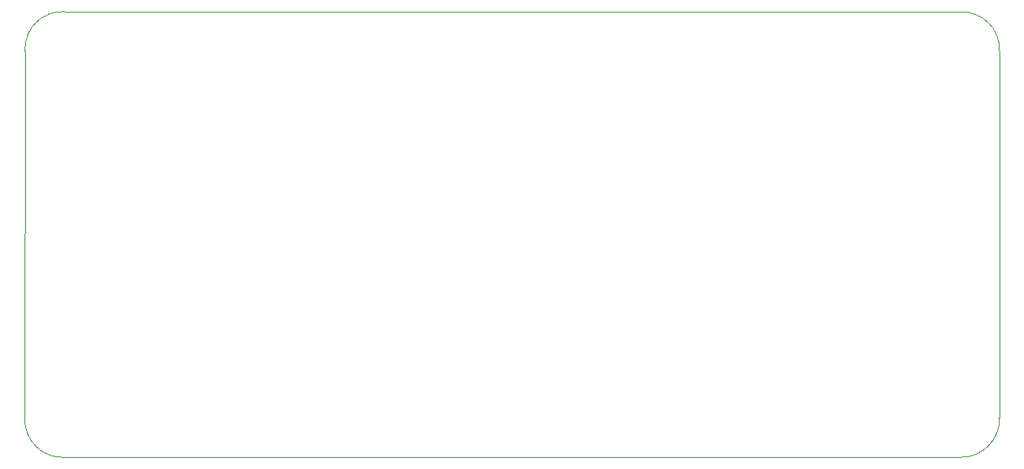
<source format=gbr>
%TF.GenerationSoftware,KiCad,Pcbnew,7.0.7*%
%TF.CreationDate,2024-06-02T15:26:59-07:00*%
%TF.ProjectId,AnalogBox,416e616c-6f67-4426-9f78-2e6b69636164,rev?*%
%TF.SameCoordinates,Original*%
%TF.FileFunction,Profile,NP*%
%FSLAX46Y46*%
G04 Gerber Fmt 4.6, Leading zero omitted, Abs format (unit mm)*
G04 Created by KiCad (PCBNEW 7.0.7) date 2024-06-02 15:26:59*
%MOMM*%
%LPD*%
G01*
G04 APERTURE LIST*
%TA.AperFunction,Profile*%
%ADD10C,0.100000*%
%TD*%
G04 APERTURE END LIST*
D10*
X189500000Y-127750000D02*
X189495224Y-88399727D01*
X84979017Y-127748959D02*
G75*
G03*
X89250000Y-131999998I4050983J-201041D01*
G01*
X89282918Y-84129411D02*
X185360000Y-84150001D01*
X185360040Y-131991699D02*
G75*
G03*
X189500000Y-127750000I19960J4121699D01*
G01*
X84979016Y-127748959D02*
X85000001Y-88400000D01*
X89250000Y-132000000D02*
X185360040Y-131991699D01*
X89282917Y-84129426D02*
G75*
G03*
X85000001Y-88400000I-291517J-3990574D01*
G01*
X189495223Y-88399727D02*
G75*
G03*
X185360000Y-84150002I-4015223J229727D01*
G01*
M02*

</source>
